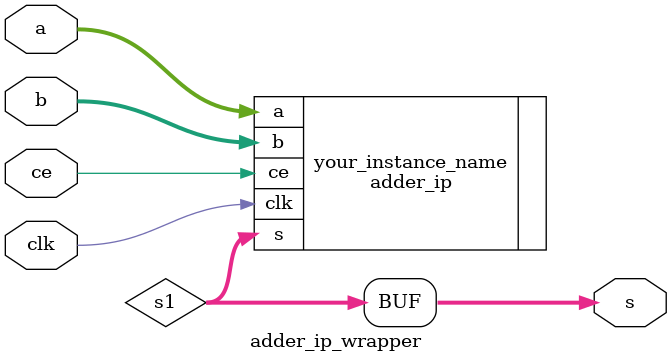
<source format=v>
`timescale 1ns / 1ps
module adder_ip_wrapper(
	input [30 : 0] a,
	input [30 : 0] b,
	input clk,
	input ce,
	output [30 : 0] s
    );

wire [30:0] s1;

adder_ip your_instance_name (
  .a(a), // input [30 : 0] a
  .b(b), // input [30 : 0] b
  .clk(clk), // input clk
  .ce(ce), // input ce
  .s(s1) // output [30 : 0] s
);

assign s = s1;

endmodule

</source>
